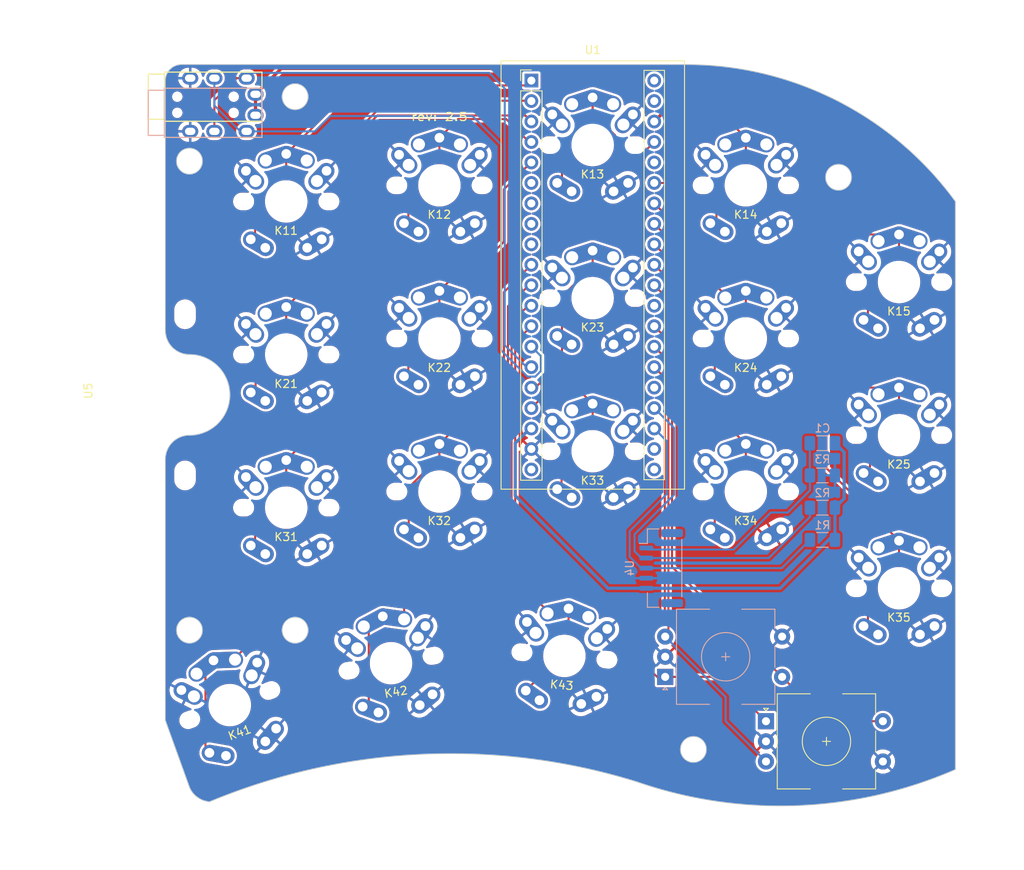
<source format=kicad_pcb>
(kicad_pcb (version 20221018) (generator pcbnew)
  (layers (0 "F.Cu" signal) (31 "B.Cu" signal) (34 "B.Paste" user) (35 "F.Paste" user) (36 "B.SilkS" user "B.Silkscreen") (37 "F.SilkS" user "F.Silkscreen") (38 "B.Mask" user) (39 "F.Mask" user) (44 "Edge.Cuts" user))
  (net 0 "")
  (net 1 "+5V")
  (net 2 "TP_RST")
  (net 4 "GND")
  (net 5 "/k11")
  (net 6 "/k12")
  (net 7 "/k13")
  (net 8 "/k14")
  (net 9 "/k15")
  (net 10 "/k21")
  (net 11 "/k22")
  (net 12 "/k23")
  (net 13 "/k24")
  (net 14 "/k25")
  (net 15 "/k31")
  (net 16 "/k32")
  (net 17 "/k33")
  (net 18 "/k34")
  (net 19 "/k35")
  (net 20 "/k41")
  (net 21 "/k42")
  (net 22 "/k43")
  (net 23 "TP_CLK")
  (net 24 "TP_DAT")
  (net 25 "ENA")
  (net 26 "ENB")
  (net 27 "/k44")
  (net 34 "TX")
  (net 35 "RX")
  (net 39 "+3V3")
  (footprint "kwkb-footprint:Mx-Choc-Rev" (layer "F.Cu") (at 109.5 107.3 10)
    (fp_text reference "K42")
    (fp_text value "KEYSW")
  )
  (footprint "kwkb-footprint:T400-Trackpoint-mix" (layer "F.Cu") (at 75.95 74 90)
    (fp_text reference "U5")
    (fp_text value "PlaceHoler")
  )
  (footprint "kwkb-footprint:Mx-Choc-Rev" (layer "F.Cu") (at 172.5 98)
    (fp_text reference "K35")
    (fp_text value "KEYSW")
  )
  (footprint "kwkb-footprint:Mx-Choc-Rev" (layer "F.Cu") (at 96.5 69)
    (fp_text reference "K21")
    (fp_text value "KEYSW")
  )
  (footprint "kwkb-footprint:Mx-Choc-Rev" (layer "F.Cu") (at 153.5 86)
    (fp_text reference "K34")
    (fp_text value "KEYSW")
  )
  (footprint "kwkb-footprint:Mx-Choc-Rev" (layer "F.Cu") (at 115.5 48)
    (fp_text reference "K12")
    (fp_text value "KEYSW")
  )
  (footprint "kwkb-footprint:Mx-Choc-Rev" (layer "F.Cu") (at 115.5 86)
    (fp_text reference "K32")
    (fp_text value "KEYSW")
  )
  (footprint "kwkb-footprint:Mx-Choc-Rev" (layer "F.Cu") (at 96.5 50)
    (fp_text reference "K11")
    (fp_text value "KEYSW")
  )
  (footprint "kwkb-footprint:Mx-Choc-Rev" (layer "F.Cu") (at 96.5 88)
    (fp_text reference "K31")
    (fp_text value "KEYSW")
  )
  (footprint "kwkb-footprint:Mx-Choc-Rev" (layer "F.Cu") (at 115.5 67)
    (fp_text reference "K22")
    (fp_text value "KEYSW")
  )
  (footprint "kwkb-footprint:RotaryEncoder_EC11-no-legs" (layer "F.Cu") (at 163.5 117)
    (fp_text reference "SW1")
    (fp_text value "RotaryEncoder_Switch")
  )
  (footprint "kwkb-footprint:Mx-Choc-Rev" (layer "F.Cu") (at 134.5 62)
    (fp_text reference "K23")
    (fp_text value "KEYSW")
  )
  (footprint "kwkb-footprint:TRRS-PJ-320A" (layer "F.Cu") (at 81.3875 37 90)
    (fp_text reference "U2")
    (fp_text value "TRRS")
  )
  (footprint "kwkb-footprint:Mx-Choc-Rev" (layer "F.Cu") (at 153.5 48)
    (fp_text reference "K14")
    (fp_text value "KEYSW")
  )
  (footprint "kwkb-footprint:Mx-Choc-Rev" (layer "F.Cu") (at 134.5 81)
    (fp_text reference "K33")
    (fp_text value "KEYSW")
  )
  (footprint "kwkb-footprint:Mx-Choc-Rev" (layer "F.Cu") (at 153.5 67)
    (fp_text reference "K24")
    (fp_text value "KEYSW")
  )
  (footprint "kwkb-footprint:Mx-Choc-Rev" (layer "F.Cu") (at 89.5 112.5 20)
    (fp_text reference "K41")
    (fp_text value "KEYSW")
  )
  (footprint "kwkb-footprint:Mx-Choc-Rev" (layer "F.Cu") (at 172.5 60)
    (fp_text reference "K15")
    (fp_text value "KEYSW")
  )
  (footprint "WeAct_BlackPill:YAAJ_WeAct_BlackPill_2" (layer "F.Cu") (at 126.9 35)
    (fp_text reference "U1")
    (fp_text value "YAAJ_WeAct_BlackPill_Part_Like" hide)
  )
  (footprint "kwkb-footprint:Mx-Choc-Rev" (layer "F.Cu") (at 134.5 43)
    (fp_text reference "K13")
    (fp_text value "KEYSW")
  )
  (footprint "kwkb-footprint:Mx-Choc-Rev" (layer "F.Cu") (at 131 106.4 -5)
    (fp_text reference "K43")
    (fp_text value "KEYSW")
  )
  (footprint "kwkb-footprint:Mx-Choc-Rev" (layer "F.Cu") (at 172.5 79)
    (fp_text reference "K25")
    (fp_text value "KEYSW")
  )
  (footprint "Connector_JST:JST_GH_SM05B-GHS-TB_1x05-1MP_P1.25mm_Horizontal" (layer "B.Cu") (at 143 95.5 -90)
    (fp_text reference "U4")
    (fp_text value "trackpoint")
  )
  (footprint "kwkb-footprint:RotaryEncoder_EC11-no-legs" (layer "B.Cu") (at 151 106.5)
    (fp_text reference "SW2")
    (fp_text value "RotaryEncoder_Switch")
  )
  (footprint "kwkb-footprint:TRRS-PJ-320A" (layer "B.Cu") (at 81.3875 39 -90)
    (fp_text reference "U3")
    (fp_text value "TRRS")
  )
  (footprint "Resistor_SMD:R_1206_3216Metric_Pad1.30x1.75mm_HandSolder" (layer "B.Cu") (at 163 92 180)
    (fp_text reference "R1")
    (fp_text value "4.7k")
  )
  (footprint "Resistor_SMD:R_1206_3216Metric_Pad1.30x1.75mm_HandSolder" (layer "B.Cu") (at 163 84)
    (fp_text reference "R3")
    (fp_text value "100k")
  )
  (footprint "Resistor_SMD:R_1206_3216Metric_Pad1.30x1.75mm_HandSolder" (layer "B.Cu") (at 163 88 180)
    (fp_text reference "R2")
    (fp_text value "4.7k")
  )
  (footprint "Capacitor_SMD:C_1206_3216Metric_Pad1.33x1.80mm_HandSolder" (layer "B.Cu") (at 163 80 180)
    (fp_text reference "C1")
    (fp_text value "2.2uf")
  )
  (gr_arc (start 87 124.5) (mid 85.500501 123.955451) (end 84.5 122.712865) (stroke (width 0.1)) (layer "Edge.Cuts"))
  (gr_circle (center 84.5 103.2) (end 86.1 103.2) (stroke (width 0.1)) (fill none) (layer "Edge.Cuts"))
  (gr_circle (center 147 118) (end 148.6 118) (stroke (width 0.1)) (fill none) (layer "Edge.Cuts"))
  (gr_line (start 81.5 66) (end 81.5 34.9) (stroke (width 0.1)) (layer "Edge.Cuts"))
  (gr_line locked (start 83.5 33) (end 146.5 33) (stroke (width 0.1)) (layer "Edge.Cuts"))
  (gr_arc (start 87 124.5) (mid 113.283676 118.614277) (end 140 122.036465) (stroke (width 0.1)) (layer "Edge.Cuts"))
  (gr_circle (center 97.6 103.2) (end 99.2 103.2) (stroke (width 0.1)) (fill none) (layer "Edge.Cuts"))
  (gr_line (start 84.5 122.712865) (end 81.5 114.4) (stroke (width 0.1)) (layer "Edge.Cuts"))
  (gr_arc (start 84.5 69) (mid 82.37868 68.12132) (end 81.5 66) (stroke (width 0.1)) (layer "Edge.Cuts"))
  (gr_line (start 179.499999 120.5) (end 179.5 50) (stroke (width 0.1)) (layer "Edge.Cuts"))
  (gr_arc (start 146.5 33) (mid 165.01767 37.583348) (end 179.5 50) (stroke (width 0.1)) (layer "Edge.Cuts"))
  (gr_circle (center 84.5 45) (end 86.1 45) (stroke (width 0.1)) (fill none) (layer "Edge.Cuts"))
  (gr_circle (center 165 47) (end 166.6 47) (stroke (width 0.1)) (fill none) (layer "Edge.Cuts"))
  (gr_arc (start 81.5 82) (mid 82.37868 79.87868) (end 84.5 79) (stroke (width 0.1)) (layer "Edge.Cuts"))
  (gr_line (start 81.5 82) (end 81.5 114.4) (stroke (width 0.1)) (layer "Edge.Cuts"))
  (gr_circle (center 97.6 37) (end 99.2 37) (stroke (width 0.1)) (fill none) (layer "Edge.Cuts"))
  (gr_arc (start 179.499999 120.5) (mid 159.894444 124.981672) (end 140 122.036465) (stroke (width 0.1)) (layer "Edge.Cuts"))
  (gr_arc (start 81.5 34.9) (mid 82.120711 33.550767) (end 83.5 33) (stroke (width 0.1)) (layer "Edge.Cuts"))
  (gr_arc (start 84.5 69) (mid 89.5 74) (end 84.5 79) (stroke (width 0.1)) (layer "Edge.Cuts"))
  (gr_text "rev: 2.5" (at 115.5 39.5) (layer "F.SilkS") (effects (font (size 1 1.2))))
  (segment (start 164.55 88) (end 165.7 86.85) (width 0.4) (layer "B.Cu") (net 1))
  (segment (start 165.7 81.1375) (end 164.5625 80) (width 0.4) (layer "B.Cu") (net 1))
  (segment (start 157.7575 98) (end 164.55 91.2075) (width 0.4) (layer "B.Cu") (net 1))
  (segment (start 164.55 91.2075) (end 164.55 87.22) (width 0.4) (layer "B.Cu") (net 1))
  (segment (start 124.9 80) (end 124.9 86.5) (width 0.4) (layer "B.Cu") (net 1))
  (segment (start 136.4 98) (end 157.7575 98) (width 0.4) (layer "B.Cu") (net 1))
  (segment (start 124.9 86.5) (end 136.4 98) (width 0.4) (layer "B.Cu") (net 1))
  (segment (start 126.9 78) (end 124.9 80) (width 0.4) (layer "B.Cu") (net 1))
  (segment (start 165.7 86.85) (end 165.7 81.1375) (width 0.4) (layer "B.Cu") (net 1))
  (segment (start 161.45 85.85) (end 158.7 88.6) (width 0.25) (layer "B.Cu") (net 2))
  (segment (start 158.7 88.6) (end 156.6 88.6) (width 0.25) (layer "B.Cu") (net 2))
  (segment (start 141.3469 93.1969) (end 141.15 93) (width 0.25) (layer "B.Cu") (net 2))
  (segment (start 156.6 88.6) (end 152.0031 93.1969) (width 0.25) (layer "B.Cu") (net 2))
  (segment (start 161.4375 83.9875) (end 161.45 84) (width 0.25) (layer "B.Cu") (net 2))
  (segment (start 152.0031 93.1969) (end 141.3469 93.1969) (width 0.25) (layer "B.Cu") (net 2))
  (segment (start 161.45 84) (end 161.45 85.85) (width 0.25) (layer "B.Cu") (net 2))
  (segment (start 161.4375 80) (end 161.4375 83.9875) (width 0.25) (layer "B.Cu") (net 2))
  (segment (start 92.645001 49.944697) (end 92.645001 54.154999) (width 0.25) (layer "F.Cu") (net 5))
  (segment (start 96.5 46.089698) (end 92.645001 49.944697) (width 0.25) (layer "F.Cu") (net 5))
  (segment (start 126.9 35.6) (end 105 35.6) (width 0.25) (layer "F.Cu") (net 5))
  (segment (start 105 35.6) (end 96.5 44.1) (width 0.25) (layer "F.Cu") (net 5))
  (segment (start 96.5 44.1) (end 96.5 46.089698) (width 0.25) (layer "F.Cu") (net 5))
  (segment (start 92.645001 54.154999) (end 92.1 54.7) (width 0.25) (layer "F.Cu") (net 5))
  (segment (start 115.5 44.089698) (end 111.645001 47.944697) (width 0.25) (layer "F.Cu") (net 6))
  (segment (start 111.645001 47.944697) (end 111.645001 52.154999) (width 0.25) (layer "F.Cu") (net 6))
  (segment (start 126.62 42.62) (end 123.78 39.78) (width 0.25) (layer "F.Cu") (net 6))
  (segment (start 115.5 42.1) (end 115.5 44.089698) (width 0.25) (layer "F.Cu") (net 6))
  (segment (start 117.82 39.78) (end 115.5 42.1) (width 0.25) (layer "F.Cu") (net 6))
  (segment (start 111.645001 52.154999) (end 111.1 52.7) (width 0.25) (layer "F.Cu") (net 6))
  (segment (start 123.78 39.78) (end 117.82 39.78) (width 0.25) (layer "F.Cu") (net 6))
  (segment (start 126.9 42.62) (end 126.62 42.62) (width 0.25) (layer "F.Cu") (net 6))
  (segment (start 137.275001 41.775001) (end 134.5 39) (width 0.25) (layer "F.Cu") (net 7))
  (segment (start 134.5 39.089698) (end 130.7 42.889698) (width 0.25) (layer "F.Cu") (net 7))
  (segment (start 137.275001 43.275001) (end 137.275001 41.775001) (width 0.25) (layer "F.Cu") (net 7))
  (segment (start 130.7 47.1) (end 130.1 47.7) (width 0.25) (layer "F.Cu") (net 7))
  (segment (start 134.5 37.1) (end 134.5 39.089698) (width 0.25) (layer "F.Cu") (net 7))
  (segment (start 142.14 42.62) (end 140.535 44.225) (width 0.25) (layer "F.Cu") (net 7))
  (segment (start 134.5 39) (end 134.5 37.1) (width 0.25) (layer "F.Cu") (net 7))
  (segment (start 138.225 44.225) (end 137.275001 43.275001) (width 0.25) (layer "F.Cu") (net 7))
  (segment (start 140.535 44.225) (end 138.225 44.225) (width 0.25) (layer "F.Cu") (net 7))
  (segment (start 130.7 42.889698) (end 130.7 47.1) (width 0.25) (layer "F.Cu") (net 7))
  (segment (start 149.85 51.95) (end 149.1 52.7) (width 0.25) (layer "F.Cu") (net 8))
  (segment (start 144.3 47.7) (end 145.5 46.5) (width 0.25) (layer "F.Cu") (net 8))
  (segment (start 142.14 47.7) (end 144.3 47.7) (width 0.25) (layer "F.Cu") (net 8))
  (segment (start 147 40) (end 151.4 40) (width 0.25) (layer "F.Cu") (net 8))
  (segment (start 153.5 42.1) (end 153.5 44.089698) (width 0.25) (layer "F.Cu") (net 8))
  (segment (start 145.5 46.5) (end 145.5 41.5) (width 0.25) (layer "F.Cu") (net 8))
  (segment (start 149.85 47.739698) (end 149.85 51.95) (width 0.25) (layer "F.Cu") (net 8))
  (segment (start 145.5 41.5) (end 147 40) (width 0.25) (layer "F.Cu") (net 8))
  (segment (start 153.5 44.089698) (end 149.85 47.739698) (width 0.25) (layer "F.Cu") (net 8))
  (segment (start 151.4 40) (end 153.5 42.1) (width 0.25) (layer "F.Cu") (net 8))
  (segment (start 164.68 54.1) (end 172.5 54.1) (width 0.25) (layer "F.Cu") (net 9))
  (segment (start 172.5 54) (end 171.9 54.6) (width 0.25) (layer "F.Cu") (net 9))
  (segment (start 162.33 56.45) (end 164.68 54.1) (width 0.25) (layer "F.Cu") (net 9))
  (segment (start 168.645001 64.154999) (end 168.1 64.7) (width 0.25) (layer "F.Cu") (net 9))
  (segment (start 148.35 56.45) (end 162.33 56.45) (width 0.25) (layer "F.Cu") (net 9))
  (segment (start 142.14 50.24) (end 148.35 56.45) (width 0.25) (layer "F.Cu") (net 9))
  (segment (start 170.4 54.1) (end 169.9 54.6) (width 0.25) (layer "F.Cu") (net 9))
  (segment (start 172.5 54.1) (end 172.5 56.089698) (width 0.25) (layer "F.Cu") (net 9))
  (segment (start 168.645001 59.944697) (end 168.645001 64.154999) (width 0.25) (layer "F.Cu") (net 9))
  (segment (start 172.5 54.1) (end 172.5 54) (width 0.25) (layer "F.Cu") (net 9))
  (segment (start 172.5 56.089698) (end 168.645001 59.944697) (width 0.25) (layer "F.Cu") (net 9))
  (segment (start 126.86 37.5) (end 109 37.5) (width 0.25) (layer "F.Cu") (net 10))
  (segment (start 92.7 73.1) (end 92.1 73.7) (width 0.25) (layer "F.Cu") (net 10))
  (segment (start 92.7 68.889698) (end 92.7 73.1) (width 0.25) (layer "F.Cu") (net 10))
  (segment (start 109 37.5) (end 106 40.5) (width 0.25) (layer "F.Cu") (net 10))
  (segment (start 100.1 59.5) (end 96.5 63.1) (width 0.25) (layer "F.Cu") (net 10))
  (segment (start 106 58) (end 104.5 59.5) (width 0.25) (layer "F.Cu") (net 10))
  (segment (start 96.5 65.089698) (end 92.7 68.889698) (width 0.25) (layer "F.Cu") (net 10))
  (segment (start 96.5 63.1) (end 96.5 65.089698) (width 0.25) (layer "F.Cu") (net 10))
  (segment (start 104.5 59.5) (end 100.1 59.5) (width 0.25) (layer "F.Cu") (net 10))
  (segment (start 126.9 37.54) (end 126.86 37.5) (width 0.25) (layer "F.Cu") (net 10))
  (segment (start 106 40.5) (end 106 58) (width 0.25) (layer "F.Cu") (net 10))
  (segment (start 111.645001 71.154999) (end 111.1 71.7) (width 0.25) (layer "F.Cu") (net 11))
  (segment (start 123.5 48.5) (end 123.5 55) (width 0.25) (layer "F.Cu") (net 11))
  (segment (start 111.645001 66.944697) (end 111.645001 71.154999) (width 0.25) (layer "F.Cu") (net 11))
  (segment (start 115.5 61.1) (end 115.5 63.089698) (width 0.25) (layer "F.Cu") (net 11))
  (segment (start 126.9 45.16) (end 126.84 45.16) (width 0.25) (layer "F.Cu") (net 11))
  (segment (start 119.1 57.5) (end 115.5 61.1) (width 0.25) (layer "F.Cu") (net 11))
  (segment (start 126.84 45.16) (end 123.5 48.5) (width 0.25) (layer "F.Cu") (net 11))
  (segment (start 123.5 55) (end 121 57.5) (width 0.25) (layer "F.Cu") (net 11))
  (segment (start 115.5 63.089698) (end 111.645001 66.944697) (width 0.25) (layer "F.Cu") (net 11))
  (segment (start 121 57.5) (end 119.1 57.5) (width 0.25) (layer "F.Cu") (net 11))
  (segment (start 130.7 69.8) (end 127.4 73.1) (width 0.25) (layer "F.Cu") (net 12))
  (segment (start 134.5 58) (end 130.7 61.8) (width 0.25) (layer "F.Cu") (net 12))
  (segment (start 127.4 73.1) (end 126.9 73.1) (width 0.25) (layer "F.Cu") (net 12))
  (segment (start 130.7 61.8) (end 130.7 69.8) (width 0.25) (layer "F.Cu") (net 12))
  (segment (start 134.5 56.1) (end 134.5 58) (width 0.25) (layer "F.Cu") (net 12))
  (segment (start 153.5 61.1) (end 153.5 63.089698) (width 0.25) (layer "F.Cu") (net 13))
  (segment (start 153.5 63.089698) (end 149.645001 66.944697) (width 0.25) (layer "F.Cu") (net 13))
  (segment (start 142.14 52.78) (end 150.46 61.1) (width 0.25) (layer "F.Cu") (net 13))
  (segment (start 149.645001 66.944697) (end 149.645001 71.154999) (width 0.25) (layer "F.Cu") (net 13))
  (segment (start 150.46 61.1) (end 153.5 61.1) (width 0.25) (layer "F.Cu") (net 13))
  (segment (start 149.645001 71.154999) (end 149.1 71.7) (width 0.25) (layer "F.Cu") (net 13))
  (segment (start 151.45 76.45) (end 161.25 76.45) (width 0.25) (layer "F.Cu") (net 14))
  (segment (start 170.4 73.1) (end 169.9 73.6) (width 0.25) (layer "F.Cu") (net 14))
  (segment (start 168.9 78.689698) (end 168.9 82.9) (width 0.25) (layer "F.Cu") (net 14))
  (segment (start 145.7 70.7) (end 151.45 76.45) (width 0.25) (layer "F.Cu") (net 14))
  (segment (start 164.6 73.1) (end 172.5 73.1) (width 0.25) (layer "F.Cu") (net 14))
  (segment (start 172.5 73.1) (end 172.5 75.089698) (width 0.25) (layer "F.Cu") (net 14))
  (segment (start 168.9 82.9) (end 168.1 83.7) (width 0.25) (layer "F.Cu") (net 14))
  (segment (start 172.5 75.089698) (end 168.9 78.689698) (width 0.25) (layer "F.Cu") (net 14))
  (segment (start 142.14 55.32) (end 145.7 58.88) (width 0.25) (layer "F.Cu") (net 14))
  (segment (start 145.7 58.88) (end 145.7 70.7) (width 0.25) (layer "F.Cu") (net 14))
  (segment (start 161.25 76.45) (end 164.6 73.1) (width 0.25) (layer "F.Cu") (net 14))
  (segment (start 107.806396 39.33) (end 106.568198 40.568198) (width 0.25) (layer "F.Cu") (net 15))
  (segment (start 106.568198 40.568198) (end 106.568198 76.431802) (width 0.25) (layer "F.Cu") (net 15))
  (segment (start 92.645001 92.154999) (end 92.1 92.7) (width 0.25) (layer "F.Cu") (net 15))
  (segment (start 92.645001 87.944697) (end 92.645001 92.154999) (width 0.25) (layer "F.Cu") (net 15))
  (segment (start 104.5 78.5) (end 100.1 78.5) (width 0.25) (layer "F.Cu") (net 15))
  (segment (start 100.1 78.5) (end 96.5 82.1) (width 0.25) (layer "F.Cu") (net 15))
  (segment (start 96.5 82.1) (end 96.5 84.089698) (width 0.25) (layer "F.Cu") (net 15))
  (segment (start 106.568198 76.431802) (end 104.5 78.5) (width 0.25) (layer "F.Cu") (net 15))
  (segment (start 126.9 40.08) (end 126.15 39.33) (width 0.25) (layer "F.Cu") (net 15))
  (segment (start 126.15 39.33) (end 107.806396 39.33) (width 0.25) (layer "F.Cu") (net 15))
  (segment (start 96.5 84.089698) (end 92.645001 87.944697) (width 0.25) (layer "F.Cu") (net 15))
  (segment (start 111.693553 85.492587) (end 111.693553 90.106447) (width 0.25) (layer "F.Cu") (net 16))
  (segment (start 111.693553 90.106447) (end 111.1 90.7) (width 0.25) (layer "F.Cu") (net 16))
  (segment (start 115.5 81.68614) (end 111.693553 85.492587) (width 0.25) (layer "F.Cu") (net 16))
  (segment (start 115.5 80.1) (end 115.5 81.68614) (width 0.25) (layer "F.Cu") (net 16))
  (segment (start 126.9 57.86) (end 123.5 61.26) (width 0.25) (layer "F.Cu") (net 16))
  (segment (start 123.5 72.1) (end 115.5 80.1) (width 0.25) (layer "F.Cu") (net 16))
  (segment (start 123.5 61.26) (end 123.5 72.1) (width 0.25) (layer "F.Cu") (net 16))
  (segment (start 126.9 75.64) (end 128.54 74) (width 0.25) (layer "F.Cu") (net 17))
  (segment (start 130.645001 85.154999) (end 130.1 85.7) (width 0.25) (layer "F.Cu") (net 17))
  (segment (start 134.5 75.1) (end 134.5 77.089698) (width 0.25) (layer "F.Cu") (net 17))
  (segment (start 134.5 77.089698) (end 130.645001 80.944697) (width 0.25) (layer "F.Cu") (net 17))
  (segment (start 130.645001 80.944697) (end 130.645001 85.154999) (width 0.25) (layer "F.Cu") (net 17))
  (segment (start 128.54 74) (end 133.4 74) (width 0.25) (layer "F.Cu") (net 17))
  (segment (start 133.4 74) (end 134.5 75.1) (width 0.25) (layer "F.Cu") (net 17))
  (segment (start 149.645001 90.154999) (end 149.1 90.7) (width 0.25) (layer "F.Cu") (net 18))
  (segment (start 149.645001 85.944697) (end 149.645001 90.154999) (width 0.25) (layer "F.Cu") (net 18))
  (segment (start 153.5 82.089698) (end 149.645001 85.944697) (width 0.25) (layer "F.Cu") (net 18))
  (segment (start 153.5 80.1) (end 153.5 82.089698) (width 0.25) (layer "F.Cu") (net 18))
  (segment (start 153 80.1) (end 153.5 80.1) (width 0.25) (layer "F.Cu") (net 18))
  (segment (start 144.8 71.4) (end 153.5 80.1) (width 0.25) (layer "F.Cu") (net 18))
  (segment (start 142.14 60.4) (end 144.8 63.06) (width 0.25) (layer "F.Cu") (net 18))
  (segment (start 144.8 63.06) (end 144.8 71.4) (width 0.25) (layer "F.Cu") (net 18))
  (segment (start 163.5 83.1) (end 172.5 92.1) (width 0.25) (layer "F.Cu") (net 19))
  (segment (start 151.263604 76.9) (end 161.3 76.9) (width 0.25) (layer "F.Cu") (net 19))
  (segment (start 142.14 57.86) (end 145.25 60.97) (width 0.25) (layer "F.Cu") (net 19))
  (segment (start 168.645001 97.944697) (end 168.645001 102.154999) (width 0.25) (layer "F.Cu") (net 19))
  (segment (start 145.25 70.886396) (end 151.263604 76.9) (width 0.25) (layer "F.Cu") (net 19))
  (segment (start 172.5 92.1) (end 172.5 94.089698) (width 0.25) (layer "F.Cu") (net 19))
  (segment (start 168.645001 102.154999) (end 168.1 102.7) (width 0.25) (layer "F.Cu") (net 19))
  (segment (start 172.5 94.089698) (end 168.645001 97.944697) (width 0.25) (layer "F.Cu") (net 19))
  (segment (start 145.25 60.97) (end 145.25 70.886396) (width 0.25) (layer "F.Cu") (net 19))
  (segment (start 161.3 76.9) (end 163.5 79.1) (width 0.25) (layer "F.Cu") (net 19))
  (segment (start 163.5 79.1) (end 163.5 83.1) (width 0.25) (layer "F.Cu") (net 19))
  (segment (start 90.259641 106.536407) (end 90.096292 106.536407) (width 0.25) (layer "F.Cu") (net 20))
  (segment (start 124 89.2) (end 117.2 96) (width 0.25) (layer "F.Cu") (net 20))
  (segment (start 124 63) (end 124 89.2) (width 0.25) (layer "F.Cu") (net 20))
  (segment (start 126.6 60.4) (end 124 63) (width 0.25) (layer "F.Cu") (net 20))
  (segment (start 117.2 96) (end 100.796048 96) (width 0.25) (layer "F.Cu") (net 20))
  (segment (start 100.796048 96) (end 90.259641 106.536407) (width 0.25) (layer "F.Cu") (net 20))
  (segment (start 126.9 60.4) (end 126.6 60.4) (width 0.25) (layer "F.Cu") (net 20))
  (segment (start 86.482081 117.930678) (end 86.972847 118.421444) (width 0.25) (layer "F.Cu") (net 20))
  (segment (start 86.482081 107.955814) (end 86.482081 117.930678) (width 0.25) (layer "F.Cu") (net 20))
  (segment (start 87.482081 106.955814) (end 86.482081 107.955814) (width 0.25) (layer "F.Cu") (net 20))
  (segment (start 115 96.45) (end 111.1228 100.3272) (width 0.25) (layer "F.Cu") (net 21))
  (segment (start 106.734999 103.230111) (end 106.734999 111.940641) (width 0.25) (layer "F.Cu") (net 21))
  (segment (start 111.1228 100.3272) (end 111.1228 101.530553) (width 0.25) (layer "F.Cu") (net 21))
  (segment (start 126.9 62.94) (end 126.51 62.94) (width 0.25) (layer "F.Cu") (net 21))
  (segment (start 124.45 89.55) (end 117.55 96.45) (width 0.25) (layer "F.Cu") (net 21))
  (segment (start 108.475476 101.489634) (end 106.734999 103.230111) (width 0.25) (layer "F.Cu") (net 21))
  (segment (start 106.734999 111.940641) (end 105.982992 112.692648) (width 0.25) (layer "F.Cu") (net 21))
  (segment (start 126.51 62.94) (end 124.45 65) (width 0.25) (layer "F.Cu") (net 21))
  (segment (start 117.55 96.45) (end 115 96.45) (width 0.25) (layer "F.Cu") (net 21))
  (segment (start 124.45 65) (end 124.45 89.55) (width 0.25) (layer "F.Cu") (net 21))
  (segment (start 131.514219 100.522451) (end 131.514219 101.936664) (width 0.25) (layer "F.Cu") (net 22))
  (segment (start 131.514219 101.936664) (end 127.164332 106.286551) (width 0.25) (layer "F.Cu") (net 22))
  (segment (start 124.9 96.813409) (end 128.880535 100.793944) (width 0.25) (layer "F.Cu") (net 22))
  (segment (start 127.164332 109.741409) (end 126.207111 110.69863) (width 0.25) (layer "F.Cu") (net 22))
  (segment (start 127.164332 106.286551) (end 127.164332 109.741409) (width 0.25) (layer "F.Cu") (net 22))
  (segment (start 126.9 65.48) (end 124.9 67.48) (width 0.25) (layer "F.Cu") (net 22))
  (segment (start 124.9 67.48) (end 124.9 96.813409) (width 0.25) (layer "F.Cu") (net 22))
  (segment (start 139.1 90.9) (end 139.1 94.1) (width 0.25) (layer "B.Cu") (net 23))
  (segment (start 139.1 94.1) (end 140.5 95.5) (width 0.25) (layer "B.Cu") (net 23))
  (segment (start 141.15 95.5) (end 157.95 95.5) (width 0.25) (layer "B.Cu") (net 23))
  (segment (start 142.14 78.18) (end 143.7 79.74) (width 0.25) (layer "B.Cu") (net 23))
  (segment (start 143.7 79.74) (end 143.7 86.3) (width 0.25) (layer "B.Cu") (net 23))
  (segment (start 161.45 92) (end 157.95 95.5) (width 0.25) (layer "B.Cu") (net 23))
  (segment (start 143.7 86.3) (end 139.1 90.9) (width 0.25) (layer "B.Cu") (net 23))
  (segment (start 140.5 95.5) (end 141.15 95.5) (width 0.25) (layer "B.Cu") (net 23))
  (segment (start 161.45 89.14257) (end 156.34257 94.25) (width 0.25) (layer "B.Cu") (net 24))
  (segment (start 140.55 94.25) (end 141.15 94.25) (width 0.25) (layer "B.Cu") (net 24))
  (segment (start 139.7 93.4) (end 140.55 94.25) (width 0.25) (layer "B.Cu") (net 24))
  (segment (start 161.45 88) (end 161.45 89.14257) (width 0.25) (layer "B.Cu") (net 24))
  (segment (start 156.34257 94.25) (end 141.15 94.25) (width 0.25) (layer "B.Cu") (net 24))
  (segment (start 144.6 78.1) (end 144.6 86.4) (width 0.25) (layer "B.Cu") (net 24))
  (segment (start 139.7 91.3) (end 139.7 93.4) (width 0.25) (layer "B.Cu") (net 24))
  (segment (start 142.14 75.64) (end 144.6 78.1) (width 0.25) (layer "B.Cu") (net 24))
  (segment (start 144.6 86.4) (end 139.7 91.3) (width 0.25) (layer "B.Cu") (net 24))
  (segment (start 141 107.5) (end 142.5 109) (width 0.25) (layer "F.Cu") (net 25))
  (segment (start 150.5 109) (end 156 114.5) (width 0.25) (layer "F.Cu") (net 25))
  (segment (start 143.45 102.05) (end 141 104.5) (width 0.25) (layer "F.Cu") (net 25))
  (segment (start 142.14 70.56) (end 143.45 71.87) (width 0.25) (layer "F.Cu") (net 25))
  (segment (start 143.5 109) (end 150.5 109) (width 0.25) (layer "F.Cu") (net 25))
  (segment (start 142.5 109) (end 143.5 109) (width 0.25) (layer "F.Cu") (net 25))
  (segment (start 141 104.5) (end 141 107.5) (width 0.25) (layer "F.Cu") (net 25))
  (segment (start 143.45 71.87) (end 143.45 102.05) (width 0.25) (layer "F.Cu") (net 25))
  (segment (start 143.9 103.6) (end 143.5 104) (width 0.25) (layer "F.Cu") (net 26))
  (segment (start 142.14 68.02) (end 143.9 69.78) (width 0.25) (layer "F.Cu") (net 26))
  (segment (start 143.9 69.78) (end 143.9 103.6) (width 0.25) (layer "F.Cu") (net 26))
  (segment (start 151 111.5) (end 151 114.5) (width 0.25) (layer "B.Cu") (net 26))
  (segment (start 151 114.5) (end 156 119.5) (width 0.25) (layer "B.Cu") (net 26))
  (segment (start 143.5 104) (end 151 111.5) (width 0.25) (layer "B.Cu") (net 26))
  (segment (start 155 106) (end 158 109) (width 0.25) (layer "F.Cu") (net 27))
  (segment (start 144.35 95.35) (end 155.5 106.5) (width 0.25) (layer "F.Cu") (net 27))
  (segment (start 144.35 67.69) (end 144.35 95.35) (width 0.25) (layer "F.Cu") (net 27))
  (segment (start 142.14 65.48) (end 144.35 67.69) (width 0.25) (layer "F.Cu") (net 27))
  (segment (start 158 109) (end 163.5 114.5) (width 0.25) (layer "F.Cu") (net 27))
  (segment (start 163.5 114.5) (end 170.5 114.5) (width 0.25) (layer "F.Cu") (net 27))
  (segment (start 87.5875 34.7) (end 87.5875 38.0875) (width 0.25) (layer "B.Cu") (net 34))
  (segment (start 128.075 71.046701) (end 128.075 69.175) (width 0.25) (layer "B.Cu") (net 34))
  (segment (start 100.04674 41.3) (end 101.94674 39.4) (width 0.25) (layer "B.Cu") (net 34))
  (segment (start 101.94674 39.4) (end 119.6 39.4) (width 0.25) (layer "B.Cu") (net 34))
  (segment (start 87.5875 38.0875) (end 90.8 41.3) (width 0.25) (layer "B.Cu") (net 34))
  (segment (start 91.5875 41.3) (end 100.04674 41.3) (width 0.25) (layer "B.Cu") (net 34))
  (segment (start 123.15 42.95) (end 123.15 68.471701) (width 0.25) (layer "B.Cu") (net 34))
  (segment (start 90.8 41.3) (end 91.5875 41.3) (width 0.25) (layer "B.Cu") (net 34))
  (segment (start 123.15 68.471701) (end 126.413299 71.735) (width 0.25) (layer "B.Cu") (net 34))
  (segment (start 128.075 69.175) (end 126.9 68) (width 0.25) (layer "B.Cu") (net 34))
  (segment (start 127.386701 71.735) (end 128.075 71.046701) (width 0.25) (layer "B.Cu") (net 34))
  (segment (start 119.6 39.4) (end 123.15 42.95) (width 0.25) (layer "B.Cu") (net 34))
  (segment (start 126.413299 71.735) (end 127.386701 71.735) (width 0.25) (layer "B.Cu") (net 34))
  (segment (start 90.3375 34.7) (end 91.5875 34.7) (width 0.25) (layer "F.Cu") (net 35))
  (segment (start 87.5875 37.45) (end 90.3375 34.7) (width 0.25) (layer "F.Cu") (net 35))
  (segment (start 87.5875 41.3) (end 87.5875 37.45) (width 0.25) (layer "F.Cu") (net 35))
  (segment (start 123.6 67.84) (end 123.6 35.976396) (width 0.25) (layer "B.Cu") (net 35))
  (segment (start 127 70.5) (end 126.26 70.5) (width 0.25) (layer "B.Cu") (net 35))
  (segment (start 123.6 35.976396) (end 121.663604 34.04) (width 0.25) (layer "B.Cu") (net 35))
  (segment (start 126.26 70.5) (end 123.6 67.84) (width 0.25) (layer "B.Cu") (net 35))
  (segment (start 121.663604 34.04) (end 91.6875 34.04) (width 0.25) (layer "B.Cu") (net 35))
  (segment (start 143.49 33.99) (end 143.49 38.73) (width 0.4) (layer "F.Cu") (net 39))
  (segment (start 143 33.5) (end 143.49 33.99) (width 0.4) (layer "F.Cu") (net 39))
  (segment (start 95.8875 33.5) (end 92.6875 36.7) (width 0.4) (layer "F.Cu") (net 39))
  (segment (start 92.6875 36.7) (end 92.6875 39.3) (width 0.4) (layer "F.Cu") (net 39))
  (segment (start 143 33.5) (end 95.8875 33.5) (width 0.4) (layer "F.Cu") (net 39))
  (segment (start 143.49 38.73) (end 142.14 40.08) (width 0.4) (layer "F.Cu") (net 39))
  (zone (net 4) (net_name "GND") (layers "F&B.Cu") (connect_pads (clearance 0.3)) (min_thickness 0.254) (fill yes (thermal_gap 0.508) (thermal_bridge_width 0.3))
    (polygon (pts (xy 188 133) (xy 61 133) (xy 61 25) (xy 188 25)))
  )
)
</source>
